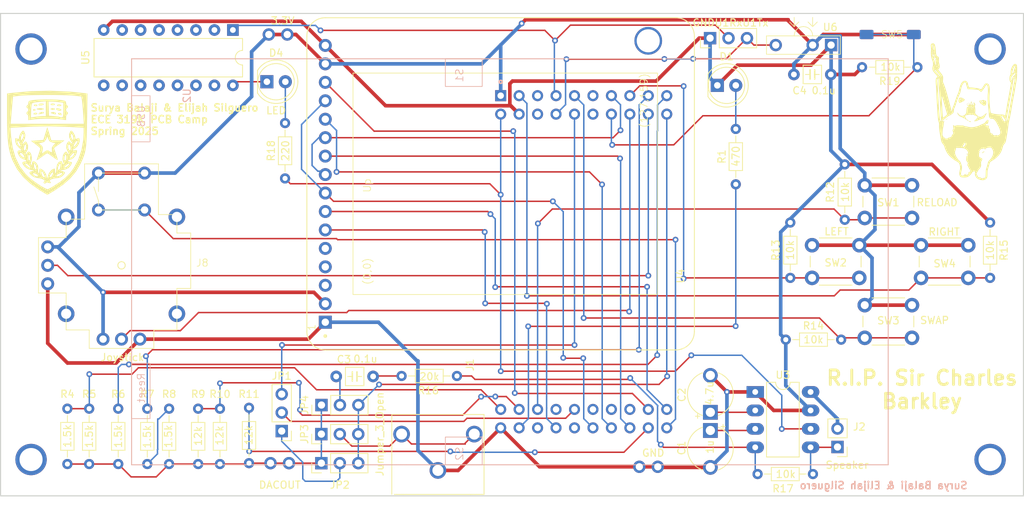
<source format=kicad_pcb>
(kicad_pcb (version 20241229) (generator "pcbnew") (generator_version "9.0")
  (title_block (title "ECE 319K Baseline Project Spring 2025") (date "2025-02-24") (rev "v1.0.1") (company "The University of Texas at Austin"))
  (layers (0 "F.Cu" signal) (2 "B.Cu" signal) (13 "F.Paste" user) (15 "B.Paste" user) (5 "F.SilkS" user "F.Silkscreen") (7 "B.SilkS" user "B.Silkscreen") (1 "F.Mask" user) (3 "B.Mask" user) (25 "Edge.Cuts" user))
  (net 0 "")
  (net 1 "GND")
  (net 2 "+3V3")
  (net 3 "PB9")
  (net 4 "PB15")
  (net 5 "PB8")
  (net 6 "PB7")
  (net 7 "PB6")
  (net 8 "PA13")
  (net 9 "+5V")
  (net 10 "Net-(U3-FC1)")
  (net 11 "Net-(U3-FC2)")
  (net 12 "Net-(JP4-C)")
  (net 13 "Net-(C3-Pad2)")
  (net 14 "Net-(D1-A)")
  (net 15 "PA25")
  (net 16 "Net-(D4-K)")
  (net 17 "PA8")
  (net 18 "PA26")
  (net 19 "PB24")
  (net 20 "PA27")
  (net 21 "PB2")
  (net 22 "PB3")
  (net 24 "PB12")
  (net 25 "PB17")
  (net 26 "PB0")
  (net 27 "PB16")
  (net 28 "PB19")
  (net 29 "PA22")
  (net 30 "PB18")
  (net 31 "PA18")
  (net 32 "PA24")
  (net 33 "PA17")
  (net 34 "PA16")
  (net 35 "PA15")
  (net 36 "PB4")
  (net 37 "PB1")
  (net 38 "PA28")
  (net 39 "PA31")
  (net 40 "PB20")
  (net 41 "PB13")
  (net 42 "PA10")
  (net 43 "Net-(D4-A)")
  (net 44 "Net-(J1-ring)")
  (net 45 "PB23")
  (net 46 "PA11")
  (net 47 "PA12")
  (net 55 "Net-(U3-VO2)")
  (net 56 "Net-(U3-VO1)")
  (net 57 "DACOUT")
  (net 62 "Net-(JP1-A)")
  (net 63 "Net-(R7-Pad1)")
  (net 64 "Net-(U3-VIN)")
  (footprint "ECE319K:R_Axial_DIN0204_L3.6mm_D1.6mm_P7.62mm_Horizontal" (layer "F.Cu") (at 69.5 109 90)
    (property "Reference" "R11")
    (property "Value" "12k")
  )
  (footprint "ECE319K:R_Axial_DIN0204_L3.6mm_D1.6mm_P7.62mm_Horizontal" (layer "F.Cu") (at 74.46 69.81 90)
    (property "Reference" "R18")
    (property "Value" "220")
  )
  (footprint "ECE319K:R_Axial_DIN0204_L3.6mm_D1.6mm_P7.62mm_Horizontal" (layer "F.Cu") (at 44.5 109.12 90)
    (property "Reference" "R4")
    (property "Value" "1.5k")
  )
  (footprint "ECE319K:PinHeader_1x03_P2.54mm_Vertical" (layer "F.Cu") (at 132.96 50.5 90)
    (property "Reference" "J3" (hide yes))
    (property "Value" "UART1")
  )
  (footprint "LOGO" (layer "F.Cu") (at 42.545425 65.332807)
    (property "Reference" "G***" (hide yes))
    (property "Value" "LOGO" (hide yes))
  )
  (footprint "ECE319K:R_Axial_DIN0204_L3.6mm_D1.6mm_P7.62mm_Horizontal" (layer "F.Cu") (at 51.5 109.12 90)
    (property "Reference" "R6")
    (property "Value" "1.5k")
  )
  (footprint "ECE319K:DIP-8_W7.62mm_LongPads" (layer "F.Cu") (at 139.175 99.2)
    (property "Reference" "U3")
    (property "Value" "MCP34119P")
  )
  (footprint "ECE319K:R_Axial_DIN0204_L3.6mm_D1.6mm_P7.62mm_Horizontal" (layer "F.Cu") (at 147.12 110.5 180)
    (property "Reference" "R17")
    (property "Value" "10k")
  )
  (footprint "ECE319K:SW_PUSH_6mm" (layer "F.Cu") (at 153.5 83.5 180)
    (property "Reference" "SW2")
    (property "Value" "LEFT")
  )
  (footprint "ECE319K:SW_PUSH_6mm" (layer "F.Cu") (at 160.75 75.25 180)
    (property "Reference" "SW1")
    (property "Value" "RELOAD")
  )
  (footprint "ECE319K:R_Axial_DIN0204_L3.6mm_D1.6mm_P7.62mm_Horizontal" (layer "F.Cu") (at 65.5 109.12 90)
    (property "Reference" "R10")
    (property "Value" "12k")
  )
  (footprint "ECE319K:R_Axial_DIN0204_L3.6mm_D1.6mm_P7.62mm_Horizontal" (layer "F.Cu") (at 161.5 54.5 180)
    (property "Reference" "R19")
    (property "Value" "10k")
  )
  (footprint "ECE319K:R_Axial_DIN0204_L3.6mm_D1.6mm_P7.62mm_Horizontal" (layer "F.Cu") (at 136.5 70.62 90)
    (property "Reference" "R1")
    (property "Value" "470")
  )
  (footprint "ECE319K:Testpoint_1x02_P2.54mm" (layer "F.Cu") (at 72.46 109 90)
    (property "Reference" "J7")
    (property "Value" "DACOUT")
  )
  (footprint "ECE319K:TSOP31438" (layer "F.Cu") (at 149.62 51.4525 -90)
    (property "Reference" "U6")
    (property "Value" "TSOP31438" (hide yes))
  )
  (footprint "ECE319K:C_Axial_200mil" (layer "F.Cu") (at 144.5 55.5)
    (property "Reference" "C4")
    (property "Value" "0.1uF")
  )
  (footprint "ECE319K:DIP-16_W7.62mm" (layer "F.Cu") (at 67.28 49.38 -90)
    (property "Reference" "U5")
    (property "Value" "ULN2003B")
  )
  (footprint "ECE319K:Testpoint_1x02_P2.54mm" (layer "F.Cu") (at 72.225 50 90)
    (property "Reference" "TP1")
    (property "Value" "3.3V")
  )
  (footprint "ECE319K:R_Axial_DIN0204_L3.6mm_D1.6mm_P7.62mm_Horizontal" (layer "F.Cu") (at 58.5 109.12 90)
    (property "Reference" "R8")
    (property "Value" "1.5k")
  )
  (footprint "ECE319K:C_Axial_200mil" (layer "F.Cu") (at 81.5 97.065)
    (property "Reference" "C3")
    (property "Value" "0.1uF")
  )
  (footprint "ECE319K:MountingHole_4_40" (layer "F.Cu") (at 171.5 52)
    (property "Reference" "H2")
    (property "Value" "~")
  )
  (footprint "ECE319K:PinHeader_1x03_P2.54mm_Vertical" (layer "F.Cu") (at 79.46 109 90)
    (property "Reference" "JP2")
    (property "Value" "Jumper_3_Open")
  )
  (footprint "ECE319K:MountingHole_4_40" (layer "F.Cu") (at 171.5 108.5)
    (property "Reference" "H4")
    (property "Value" "~")
  )
  (footprint "ECE319K:MountingHole_4_40" (layer "F.Cu") (at 39.5 52)
    (property "Reference" "H1")
    (property "Value" "~")
  )
  (footprint "ECE319K:PinHeader_1x03_P2.54mm_Vertical" (layer "F.Cu") (at 79.46 105 90)
    (property "Reference" "JP3")
    (property "Value" "Jumper_3_Open" (hide yes))
  )
  (footprint "ECE319K:PinHeader_1x03_P2.54mm_Vertical" (layer "F.Cu") (at 79.475 101 90)
    (property "Reference" "JP4")
    (property "Value" "Jumper_3_Open" (hide yes))
  )
  (footprint "ECE319K:R_Axial_DIN0204_L3.6mm_D1.6mm_P7.62mm_Horizontal" (layer "F.Cu") (at 151.5 75.5 90)
    (property "Reference" "R12")
    (property "Value" "10k")
  )
  (footprint "ECE319K:hiletgo_st7735r" (layer "F.Cu") (at 104.13 70.55 90)
    (property "Reference" "U4")
    (property "Value" "HiLetGo_ST7735R")
  )
  (footprint "ECE319K:MountingHole_4_40" (layer "F.Cu") (at 39.5 108.5)
    (property "Reference" "H3")
    (property "Value" "~")
  )
  (footprint "ECE319K:CP_Radial_Tantal200mil" (layer "F.Cu") (at 133 102 90)
    (property "Reference" "C2")
    (property "Value" "4.7uF")
  )
  (footprint "ECE319K:Testpoint_1x02_P2.54mm" (layer "F.Cu") (at 123.225 109.5 90)
    (property "Reference" "J6")
    (property "Value" "GND")
  )
  (footprint "ECE319K:CP_Radial_Tantal200mil" (layer "F.Cu") (at 133 104.5 -90)
    (property "Reference" "C1")
    (property "Value" "1uF")
  )
  (footprint "ECE319K:LED_D5.0mm" (layer "F.Cu") (at 71.96 56.5)
    (property "Reference" "D4")
    (property "Value" "LED")
  )
  (footprint "ECE319K:SW_PUSH_6mm" (layer "F.Cu") (at 168.5 83.5 180)
    (property "Reference" "SW4")
    (property "Value" "RIGHT")
  )
  (footprint "ECE319K:R_Axial_DIN0204_L3.6mm_D1.6mm_P7.62mm_Horizontal" (layer "F.Cu") (at 144 83.5 90)
    (property "Reference" "R13")
    (property "Value" "10k")
  )
  (footprint "ECE319K:R_Axial_DIN0204_L3.6mm_D1.6mm_P7.62mm_Horizontal" (layer "F.Cu") (at 98.12 97 180)
    (property "Reference" "R16")
    (property "Value" "20k")
  )
  (footprint "ECE319K:Jack_3.5mm_CUI_SJ1-3523N_Horizontal" (layer "F.Cu") (at 95.5 110)
    (property "Reference" "J1")
    (property "Value" "AudioJack")
  )
  (footprint "ECE319K:Pibble" (layer "F.Cu") (at 168.191288 60.999824)
    (property "Reference" "G***" (hide yes))
    (property "Value" "LOGO" (hide yes))
  )
  (footprint "ECE319K:R_Axial_DIN0204_L3.6mm_D1.6mm_P7.62mm_Horizontal" (layer "F.Cu") (at 171.5 83.5 90)
    (property "Reference" "R15")
    (property "Value" "10k")
  )
  (footprint "ECE319K:R_Axial_DIN0204_L3.6mm_D1.6mm_P7.62mm_Horizontal" (layer "F.Cu") (at 62.5 109.12 90)
    (property "Reference" "R9")
    (property "Value" "12k")
  )
  (footprint "ECE319K:R_Axial_DIN0204_L3.6mm_D1.6mm_P7.62mm_Horizontal" (layer "F.Cu") (at 151 92 180)
    (property "Reference" "R14")
    (property "Value" "10k")
  )
  (footprint "ECE319K:SW_PUSH_6mm" (layer "F.Cu") (at 160.75 91.75 180)
    (property "Reference" "SW3")
    (property "Value" "SWAP")
  )
  (footprint "ECE319K:R_Axial_DIN0204_L3.6mm_D1.6mm_P7.62mm_Horizontal" (layer "F.Cu") (at 47.5 109.12 90)
    (property "Reference" "R5")
    (property "Value" "1.5k")
  )
  (footprint "ECE319K:R_Axial_DIN0204_L3.6mm_D1.6mm_P7.62mm_Horizontal" (layer "F.Cu") (at 55.5 109.12 90)
    (property "Reference" "R7")
    (property "Value" "1.5k")
  )
  (footprint "ECE319K:PinHeader_1x02_P2.54mm_Vertical" (layer "F.Cu") (at 150.5 106.775 180)
    (property "Reference" "J2")
    (property "Value" "Speaker")
  )
  (footprint "ECE319K:LED_D5.0mm" (layer "F.Cu") (at 133.96 57)
    (property "Reference" "D1")
    (property "Value" "LED")
  )
  (footprint "ECE319K:PinHeader_1x03_P2.54mm_Vertical" (layer "F.Cu") (at 74 104.58 180)
    (property "Reference" "JP1")
    (property "Value" "TExaS")
  )
  (footprint "ECE319K:SparkfunJoystick" (layer "F.Cu") (at 41.7925 84.31)
    (property "Reference" "J8")
    (property "Value" "Joystick")
  )
  (footprint "ECE319K:Side_Switch" (layer "F.Cu") (at 158 45.5)
    (property "Reference" "SW5")
    (property "Value" "SHOOT")
  )
  (footprint "ECE319K:ti_LP_MSPM0G3507" (layer "B.Cu") (at 106.68 81.28 -90)
    (property "Reference" "U2")
    (property "Value" "LP-MSPM0G3507")
  )
  (gr_rect (start 35.3 47.1) (end 176.1 113.5) (stroke (width 0.15)) (fill no) (layer "Edge.Cuts"))
  (gr_text "1.5k" (at 47.5 105.31 90) (layer "F.SilkS") (effects (font (size 1 1))))
  (gr_text "0.1u" (at 85.52 94.66 0) (layer "F.SilkS") (effects (font (size 1 1))))
  (gr_text "4.7u" (at 132.91 99.36 90) (layer "F.SilkS") (effects (font (size 1 1))))
  (gr_text "Surya Balaji & Elijah Silguero\nECE 319K PCB Camp\nSpring 2025" (at 47.588784 63.8847 0) (layer "F.SilkS") (effects (font (size 1 1) (thickness 0.2) (bold yes)) (justify left bottom)))
  (gr_text "1.5k" (at 55.49 105.36 90) (layer "F.SilkS") (effects (font (size 1 1))))
  (gr_text "R.I.P. Sir Charles\nBarkley" (at 162.13 101.66 0) (layer "F.SilkS") (effects (font (size 2 2) (thickness 0.4) (bold yes)) (justify bottom)))
  (gr_text "1u" (at 132.95 106.76 90) (layer "F.SilkS") (effects (font (size 1 1))))
  (gr_text "0.1u" (at 148.59 57.71 0) (layer "F.SilkS") (effects (font (size 1 1))))
  (gr_text "1.5k" (at 44.51 105.26 90) (layer "F.SilkS") (effects (font (size 1 1))))
  (gr_text "10k\n" (at 171.51 79.69 90) (layer "F.SilkS") (effects (font (size 1 1))))
  (gr_text "12k\n" (at 62.5 105.26 90) (layer "F.SilkS") (effects (font (size 1 1))))
  (gr_text "10k\n" (at 157.79 54.47 0) (layer "F.SilkS") (effects (font (size 1 1))))
  (gr_text "GNDU1RxU1Tx" (at 135.77 48.39 0) (layer "F.SilkS") (effects (font (size 1 1))))
  (gr_text "1.5k" (at 58.41 105.31 90) (layer "F.SilkS") (effects (font (size 1 1))))
  (gr_text "220" (at 74.52 66 90) (layer "F.SilkS") (effects (font (size 1 1))))
  (gr_text "470\n" (at 136.52 66.77 90) (layer "F.SilkS") (effects (font (size 1 1))))
  (gr_text "10k\n" (at 151.56 71.68 90) (layer "F.SilkS") (effects (font (size 1 1))))
  (gr_text "10k" (at 143.37 110.52 0) (layer "F.SilkS") (effects (font (size 1 1))))
  (gr_text "10k\n" (at 147.19 92 0) (layer "F.SilkS") (effects (font (size 1 1))))
  (gr_text "10k\n" (at 143.99 79.68 90) (layer "F.SilkS") (effects (font (size 1 1))))
  (gr_text "1.5k" (at 51.5 105.31 90) (layer "F.SilkS") (effects (font (size 1 1))))
  (gr_text "12k\n" (at 69.46 105.14 90) (layer "F.SilkS") (effects (font (size 1 1))))
  (gr_text "12k\n" (at 65.46 105.19 90) (layer "F.SilkS") (effects (font (size 1 1))))
  (gr_text "20k" (at 94.32 97.09 0) (layer "F.SilkS") (effects (font (size 1 1))))
  (gr_text "Surya Balaji & Elijah Silguero" (at 168.5 112.65 0) (layer "B.SilkS") (effects (font (size 1 1) (thickness 0.2) (bold yes)) (justify left bottom mirror)))
  (segment (start 135.28 99.2) (end 133 96.92) (width 0.5) (layer "F.Cu") (net 1))
  (segment (start 146.795 101.74) (end 141.715 101.74) (width 0.5) (layer "F.Cu") (net 1))
  (segment (start 51.2125 95.21) (end 44.51 95.21) (width 0.5) (layer "F.Cu") (net 1))
  (segment (start 44.51 95.21) (end 41.7925 92.4925) (width 0.5) (layer "F.Cu") (net 1))
  (segment (start 76.679 48.179) (end 50.701 48.179) (width 0.5) (layer "F.Cu") (net 1))
  (segment (start 106.68 60.96) (end 105.4 59.68) (width 0.5) (layer "F.Cu") (net 1))
  (segment (start 54.4925 91.93) (end 51.2125 95.21) (width 0.5) (layer "F.Cu") (net 1))
  (segment (start 105.4 59.68) (end 105.4 56.77) (width 0.5) (layer "F.Cu") (net 1))
  (segment (start 109.5 109.5) (end 104.14 104.14) (width 0.5) (layer "F.Cu") (net 1))
  (segment (start 133 109.58) (end 125.845 109.58) (width 0.5) (layer "F.Cu") (net 1))
  (segment (start 123.225 109.5) (end 109.5 109.5) (width 0.5) (layer "F.Cu") (net 1))
  (segment (start 135.28 99.2) (end 135.31 99.2) (width 0.5) (layer "F.Cu") (net 1))
  (segment (start 125.765 109.5) (end 123.225 109.5) (width 0.5) (layer "F.Cu") (net 1))
  (segment (start 106.68 60.96) (end 105.519 59.799) (width 0.5) (layer "F.Cu") (net 1))
  (segment (start 105.519 59.799) (end 88.299 59.799) (width 0.5) (layer "F.Cu") (net 1))
  (segment (start 125.845 109.58) (end 125.765 109.5) (width 0.5) (layer "F.Cu") (net 1))
  (segment (start 105.4 56.77) (end 105.76 56.41) (width 0.5) (layer "F.Cu") (net 1))
  (segment (start 80 51.5) (end 76.679 48.179) (width 0.5) (layer "F.Cu") (net 1))
  (segment (start 152.88 55.5) (end 153.88 54.5) (width 0.5) (layer "F.Cu") (net 1))
  (segment (start 141.715 101.74) (end 139.175 99.2) (width 0.5) (layer "F.Cu") (net 1))
  (segment (start 88.299 59.799) (end 80 51.5) (width 0.5) (layer "F.Cu") (net 1))
  (segment (start 41.7925 92.4925) (end 41.7925 84.31) (width 0.5) (layer "F.Cu") (net 1))
  (segment (start 146.8525 54.22) (end 149.62 51.4525) (width 0.5) (layer "F.Cu") (net 1))
  (segment (start 151.5 67.88) (end 163.5 67.88) (width 0.5) (layer "F.Cu") (net 1))
  (segment (start 139.175 99.2) (end 135.28 99.2) (width 0.5) (layer "F.Cu") (net 1))
  (segment (start 98.28 110) (end 95.5 110) (width 0.5) (layer "F.Cu") (net 1))
  (segment (start 50.701 48.179) (end 49.5 49.38) (width 0.5) (layer "F.Cu") (net 1))
  (segment (start 149.58 55.5) (end 152.88 55.5) (width 0.5) (layer "F.Cu") (net 1))
  (segment (start 77.67 91.93) (end 54.4925 91.93) (width 0.5) (layer "F.Cu") (net 1))
  (segment (start 136.74 54.22) (end 146.8525 54.22) (width 0.5) (layer "F.Cu") (net 1))
  (segment (start 163.5 67.88) (end 171.5 75.88) (width 0.5) (layer "F.Cu") (net 1))
  (segment (start 104.14 104.14) (end 98.28 110) (width 0.5) (layer "F.Cu") (net 1))
  (segment (start 125.55 56.41) (end 131.46 50.5) (width 0.5) (layer "F.Cu") (net 1))
  (segment (start 131.46 50.5) (end 132.96 50.5) (width 0.5) (layer "F.Cu") (net 1))
  (segment (start 133.96 57) (end 136.74 54.22) (width 0.5) (layer "F.Cu") (net 1))
  (segment (start 105.76 56.41) (end 125.55 56.41) (width 0.5) (layer "F.Cu") (net 1))
  (segment (start 80 89.6) (end 77.67 91.93) (width 0.5) (layer "F.Cu") (net 1))
  (via (at 135.28 99.2) (size 0.8) (drill 0.4) (layers "F.Cu" "B.Cu") (net 1))
  (segment (start 144 75.38) (end 144 75.88) (width 0.5) (layer "B.Cu") (net 1))
  (segment (start 149.62 55.46) (end 149.58 55.5) (width 0.5) (layer "B.Cu") (net 1))
  (segment (start 135.28 107.3) (end 133 109.58) (width 0.5) (layer "B.Cu") (net 1))
  (segment (start 92.63 94.92) (end 87.31 89.6) (width 0.5) (layer "B.Cu") (net 1))
  (segment (start 149.58 65.96) (end 151.5 67.88) (width 0.5) (layer "B.Cu") (net 1))
  (segment (start 143.38 92) (end 143.38 98.325) (width 0.5) (layer "B.Cu") (net 1))
  (segment (start 149.62 51.4525) (end 149.62 55.46) (width 0.5) (layer "B.Cu") (net 1))
  (segment (start 92.75 107.25) (end 92.75 94.92) (width 0.5) (layer "B.Cu") (net 1))
  (segment (start 87.31 89.6) (end 80 89.6) (width 0.5) (layer "B.Cu") (net 1))
  (segment (start 142.68 77.2) (end 144 75.88) (width 0.5) (layer "B.Cu") (net 1))
  (segment (start 143.38 98.325) (end 146.795 101.74) (width 0.5) (layer "B.Cu") (net 1))
  (segment (start 135.28 99.2) (end 135.28 107.3) (width 0.5) (layer "B.Cu") (net 1))
  (segment (start 132.96 50.5) (end 132.96 56) (width 0.5) (layer "B.Cu") (net 1))
  (segment (start 132.96 56) (end 133.96 57) (width 0.5) (layer "B.Cu") (net 1))
  (segment (start 92.75 94.92) (end 92.63 94.92) (width 0.5) (layer "B.Cu") (net 1))
  (segment (start 142.68 91.3) (end 142.68 77.2) (width 0.5) (layer "B.Cu") (net 1))
  (segment (start 151.5 67.88) (end 144 75.38) (width 0.5) (layer "B.Cu") (net 1))
  (segment (start 143.38 92) (end 142.68 91.3) (width 0.5) (layer "B.Cu") (net 1))
  (segment (start 95.5 110) (end 92.75 107.25) (width 0.5) (layer "B.Cu") (net 1))
  (segment (start 149.58 55.5) (end 149.58 65.96) (width 0.5) (layer "B.Cu") (net 1))
  (segment (start 148.5325 50) (end 147.08 51.4525) (width 0.5) (layer "F.Cu") (net 2))
  (segment (start 74.765 50) (end 72.225 50) (width 0.5) (layer "F.Cu") (net 2))
  (segment (start 143.71 48.0825) (end 147.08 51.4525) (width 0.5) (layer "F.Cu") (net 2))
  (segment (start 147 79) (end 153.5 79) (width 0.5) (layer "F.Cu") (net 2))
  (segment (start 78.4225 85.4825) (end 80 87.06) (width 0.5) (layer "F.Cu") (net 2))
  (segment (start 154.25 70.75) (end 160.75 70.75) (width 0.5) (layer "F.Cu") (net 2))
  (segment (start 80 54.04) (end 75.96 50) (width 0.5) (layer "F.Cu") (net 2))
  (segment (start 55.1275 69.07) (end 48.7775 69.07) (width 0.5) (layer "F.Cu") (net 2))
  (segment (start 154.25 87.25) (end 160.75 87.25) (width 0.5) (layer "F.Cu") (net 2))
  (segment (start 154.5 50) (end 148.5325 50) (width 0.5) (layer "F.Cu") (net 2))
  (segment (start 107.54 47.97) (end 143.71 47.97) (width 0.5) (layer "F.Cu") (net 2))
  (segment (start 75.96 50) (end 74.765 50) (width 0.5) (layer "F.Cu") (net 2))
  (segment (start 154.5 50) (end 161 50) (width 0.5) (layer "F.Cu") (net 2))
  (segment (start 49.4125 85.4825) (end 78.4225 85.4825) (width 0.5) (layer "F.Cu") (net 2))
  (segment (start 162 79) (end 168.5 79) (width 0.5) (layer "F.Cu") (net 2))
  (segment (start 143.71 47.97) (end 143.71 48.0825) (width 0.5) (layer "F.Cu") (net 2))
  (segment (start 153.5 79) (end 162 79) (width 0.5) (layer "F.Cu") (net 2))
  (segment (start 107.03 48.48) (end 107.54 47.97) (width 0.5) (layer "F.Cu") (net 2))
  (via (at 107.03 48.48) (size 0.8) (drill 0.4) (layers "F.Cu" "B.Cu") (net 2))
  (via (at 49.4125 85.4825) (size 0.8) (drill 0.4) (layers "F.Cu" "B.Cu") (net 2))
  (segment (start 144.5 54.0325) (end 144.5 55.5) (width 0.5) (layer "B.Cu") (net 2))
  (segment (start 104.14 51.44) (end 107.021 48.559) (width 0.5) (layer "B.Cu") (net 2))
  (segment (start 147.08 51.4525) (end 148.331 50.2015) (width 0.5) (layer "B.Cu") (net 2))
  (segment (start 107.021 48.489) (end 107.03 48.48) (width 0.5) (layer "B.Cu") (net 2))
  (segment (start 154.25 70.75) (end 155.651 72.151) (width 0.5) (layer "B.Cu") (net 2))
  (segment (start 48.7775 69.07) (end 46.09 71.7575) (width 0.5) (layer "B.Cu") (net 2))
  (segment (start 150.871 50.2015) (end 150.871 65.691) (width 0.5) (layer "B.Cu") (net 2))
  (segment (start 101.54 54.04) (end 80 54.04) (width 0.5) (layer "B.Cu") (net 2))
  (segment (start 150.871 65.691) (end 154.25 69.07) (width 0.5) (layer "B.Cu") (net 2))
  (segment (start 155.651 72.151) (end 155.651 76.849) (width 0.5) (layer "B.Cu") (net 2))
  (segment (start 49.4125 91.93) (end 49.4125 85.4825) (width 0.5) (layer "B.Cu") (net 2))
  (segment (start 107.021 48.559) (end 107.021 48.489) (width 0.5) (layer "B.Cu") (net 2))
  (segment (start 154.25 69.07) (end 154.25 70.75) (width 0.5) (layer "B.Cu") (net 2))
  (segment (start 155.651 76.849) (end 153.5 79) (width 0.5) (layer "B.Cu") (net 2))
  (segment (start 55.1275 69.07) (end 59.33 69.07) (width 0.5) (layer "B.Cu") (net 2))
  (segment (start 49.4125 85.4825) (end 43.16 79.23) (width 0.5) (layer "B.Cu") (net 2))
  (segment (start 69.86 52.365) (end 72.225 50) (width 0.5) (layer "B.Cu") (net 2))
  (segment (start 153.5 79) (end 155.25 80.75) (width 0.5) (layer "B.Cu") (net 2))
  (segment (start 104.14 58.42) (end 104.14 51.44) (width 0.5) (layer "B.Cu") (net 2))
  (segment (start 155.25 86.25) (end 154.25 87.25) (width 0.5) (layer "B.Cu") (net 2))
  (segment (start 69.86 58.54) (end 69.86 52.365) (width 0.5) (layer "B.Cu") (net 2))
  (segment (start 59.33 69.07) (end 69.86 58.54) (width 0.5) (layer "B.Cu") (net 2))
  (segment (start 43.16 79.23) (end 41.7925 79.23) (width 0.5) (layer "B.Cu") (net 2))
  (segment (start 46.09 71.7575) (end 46.09 76.46) (width 0.5) (layer "B.Cu") (net 2))
  (segment (start 46.09 76.46) (end 43.32 79.23) (width 0.5) (layer "B.Cu") (net 2))
  (segment (start 147.08 51.4525) (end 144.5 54.0325) (width 0.5) (layer "B.Cu") (net 2))
  (segment (start 43.32 79.23) (end 43.16 79.23) (width 0.5) (layer "B.Cu") (net 2))
  (segment (start 104.14 51.44) (end 101.54 54.04) (width 0.5) (layer "B.Cu") (net 2))
  (segment (start 148.331 50.2015) (end 150.871 50.2015) (width 0.5) (layer "B.Cu") (net 2))
  (segment (start 155.25 80.75) (end 155.25 86.25) (width 0.5) (layer "B.Cu") (net 2))
  (segment (start 120.63 63.18) (end 119.61 64.2) (width 0.2) (layer "F.Cu") (net 3))
  (segment (start 119.61 64.2) (end 80 64.2) (width 0.2) (layer "F.Cu") (net 3))
  (via (at 120.63 63.18) (size 0.8) (drill 0.4) (layers "F.Cu" "B.Cu") (net 3))
  (segment (start 79.11 64.2) (end 78.18 65.13) (width 0.2) (layer "B.Cu") (net 3))
  (segment (start 80 64.2) (end 79.11 64.2) (width 0.2) (layer "B.Cu") (net 3))
  (segment (start 78.18 65.13) (end 78.18 68.02) (width 0.2) (layer "B.Cu") (net 3))
  (segment (start 120.63 59.67) (end 120.63 63.18) (width 0.2) (layer "B.Cu") (net 3))
  (segment (start 78.18 68.02) (end 78.97 68.81) (width 0.2) (layer "B.Cu") (net 3))
  (segment (start 78.97 68.81) (end 79.53 68.81) (width 0.2) (layer "B.Cu") (net 3))
  (segment (start 119.38 58.42) (end 120.63 59.67) (width 0.2) (layer "B.Cu") (net 3))
  (segment (start 79.53 68.81) (end 80 69.28) (width 0.2) (layer "B.Cu") (net 3))
  (segment (start 101.94 77.18) (end 101.66 76.9) (width 0.2) (layer "F.Cu") (net 4))
  (segment (start 101.66 76.9) (end 80 76.9) (width 0.2) (layer "F.Cu") (net 4))
  (segment (start 110.49 87.06) (end 110.43 87) (width 0.2) (layer "F.Cu") (net 4))
  (segment (start 110.43 87) (end 102.01 87) (width 0.2) (layer "F.Cu") (net 4))
  (via (at 110.49 87.06) (size 0.8) (drill 0.4) (layers "F.Cu" "B.Cu") (net 4))
  (via (at 102.01 87) (size 0.8) (drill 0.4) (layers "F.Cu" "B.Cu") (net 4))
  (via (at 101.94 77.18) (size 0.8) (drill 0.4) (layers "F.Cu" "B.Cu") (net 4))
  (segment (start 111.76 104.14) (end 110.46 102.84) (width 0.2) (layer "B.Cu") (net 4))
  (segment (start 102.01 87) (end 102.01 77.25) (width 0.2) (layer "B.Cu") (net 4))
  (segment (start 110.46 102.84) (end 110.46 101.41) (width 0.2) (layer "B.Cu") (net 4))
  (segment (start 110.46 87.09) (end 110.49 87.06) (width 0.2) (layer "B.Cu") (net 4))
  (segment (start 110.46 101.41) (end 110.46 87.09) (width 0.2) (layer "B.Cu") (net 4))
  (segment (start 102.01 77.25) (end 101.94 77.18) (width 0.2) (layer "B.Cu") (net 4))
  (segment (start 81.14 72.96) (end 80 71.82) (width 0.2) (layer "F.Cu") (net 5))
  (segment (start 111.32 72.96) (end 81.14 72.96) (width 0.2) (layer "F.Cu") (net 5))
  (segment (start 115.5 94.56) (end 112.81 94.56) (width 0.2) (layer "F.Cu") (net 5))
  (segment (start 112.81 94.56) (end 112.75 94.5) (width 0.2) (layer "F.Cu") (net 5))
  (via (at 115.5 94.56) (size 0.8) (drill 0.4) (layers "F.Cu" "B.Cu") (net 5))
  (via (at 112.75 94.5) (size 0.8) (drill 0.4) (layers "F.Cu" "B.Cu") (net 5))
  (via (at 111.32 72.96) (size 0.8) (drill 0.4) (layers "F.Cu" "B.Cu") (net 5))
  (segment (start 115.57 100.13) (end 115.57 94.63) (width 0.2) (layer "B.Cu") (net 5))
  (segment (start 115.57 102.87) (end 115.57 100.13) (width 0.2) (layer "B.Cu") (net 5))
  (segment (start 112.75 94.5) (end 112.75 74.39) (width 0.2) (layer "B.Cu") (net 5))
  (segment (start 80 71.82) (end 76.73 68.55) (width 0.2) (layer "B.Cu") (net 5))
  (segment (start 115.57 94.63) (end 115.5 94.56) (width 0.2) (layer "B.Cu") (net 5))
  (segment (start 116.84 104.14) (end 115.57 102.87) (width 0.2) (layer "B.Cu") (net 5))
  (segment (start 76.73 68.55) (end 76.73 62.39) (width 0.2) (layer "B.Cu") (net 5))
  (segment (start 112.75 74.39) (end 111.32 72.96) (width 0.2) (layer "B.Cu") (net 5))
  (segment (start 76.73 62.39) (end 80 59.12) (width 0.2) (layer "B.Cu") (net 5))
  (segment (start 116.36 68.91) (end 81.55 68.91) (width 0.2) (layer "F.Cu") (net 6))
  (segment (start 118.09 70.64) (end 116.36 68.91) (width 0.2) (layer "F.Cu") (net 6))
  (via (at 118.09 70.64) (size 0.8) (drill 0.4) (layers "F.Cu" "B.Cu") (net 6))
  (via (at 81.55 68.91) (size 0.8) (drill 0.4) (layers "F.Cu" "B.Cu") (net 6))
  (segment (start 81.55 68.91) (end 81.55 63.21) (width 0.2) (layer "B.Cu") (net 6))
  (segment (start 118.11 101.1) (end 118.11 70.66) (width 0.2) (layer "B.Cu") (net 6))
  (segment (start 119.38 104.14) (end 118.11 102.87) (width 0.2) (layer "B.Cu") (net 6))
  (segment (start 118.11 102.87) (end 118.11 101.1) (width 0.2) (layer "B.Cu") (net 6))
  (segment (start 81.55 63.21) (end 80 61.66) (width 0.2) (layer "B.Cu") (net 6))
  (segment (start 118.11 70.66) (end 118.09 70.64) (width 0.2) (layer "B.Cu") (net 6))
  (segment (start 120.57 67.06) (end 120.25 66.74) (width 0.2) (layer "F.Cu") (net 7))
  (segment (start 120.25 66.74) (end 80 66.74) (width 0.2) (layer "F.Cu") (net 7))
  (via (at 120.57 67.06) (size 0.8) (drill 0.4) (layers "F.Cu" "B.Cu") (net 7))
  (segment (start 121.92 104.14) (end 120.65 102.87) (width 0.2) (layer "B.Cu") (net 7))
  (segment (start 120.65 102.87) (end 120.65 100.67) (width 0.2) (layer "B.Cu") (net 7))
  (segment (start 120.65 100.67) (end 120.65 67.14) (width 0.2) (layer "B.Cu") (net 7))
  (segment (start 120.65 67.14) (end 120.57 67.06) (width 0.2) (layer "B.Cu") (net 7))
  (segment (start 124.29 84.72) (end 103.44 84.72) (width 0.2) (layer "F.Cu") (net 8))
  (segment (start 102.73 74.72) (end 102.37 74.36) (width 0.2) (layer "F.Cu") (net 8))
  (segment (start 102.37 74.36) (end 80 74.36) (width 0.2) (layer "F.Cu") (net 8))
  (segment (start 103.44 84.72) (end 103.39 84.77) (width 0.2) (layer "F.Cu") (net 8))
  (via (at 124.29 84.72) (size 0.8) (drill 0.4) (layers "F.Cu" "B.Cu") (net 8))
  (via (at 102.73 74.72) (size 0.8) (drill 0.4) (layers "F.Cu" "B.Cu") (net 8))
  (via (at 103.39 84.77) (size 0.8) (drill 0.4) (layers "F.Cu" "B.Cu") (net 8))
  (segment (start 103.39 75.38) (end 102.73 74.72) (width 0.2) (layer "B.Cu") (net 8))
  (segment (start 127 101.6) (end 124.29 98.89) (width 0.2) (layer "B.Cu") (net 8))
  (segment (start 103.39 84.77) (end 103.39 75.38) (width 0.2) (layer "B.Cu") (net 8))
  (segment (start 124.29 98.89) (end 124.29 84.72) (width 0.2) (layer "B.Cu") (net 8))
  (segment (start 104.15 96.34) (end 128.19 96.34) (width 0.2) (layer "F.Cu") (net 9))
  (segment (start 128.19 96.34) (end 130.38 94.15) (width 0.2) (layer "F.Cu") (net 9))
  (segment (start 142.84 104.28) (end 146.795 104.28) (width 0.2) (layer "F.Cu") (net 9))
  (segment (start 142.83 104.29) (end 142.84 104.28) (width 0.2) (layer "F.Cu") (net 9))
  (segment (start 102.64 70.54) (end 75.19 70.54) (width 0.2) (layer "F.Cu") (net 9))
  (segment (start 104.14 72.04) (end 102.64 70.54) (width 0.2) (layer "F.Cu") (net 9))
  (segment (start 75.19 70.54) (end 74.46 69.81) (width 0.2) (layer "F.Cu") (net 9))
  (via (at 104.14 72.04) (size 0.8) (drill 0.4) (layers "F.Cu" "B.Cu") (net 9))
  (via (at 142.83 104.29) (size 0.8) (drill 0.4) (layers "F.Cu" "B.Cu") (net 9))
  (via (at 104.15 96.34) (size 0.8) (drill 0.4) (layers "F.Cu" "B.Cu") (net 9))
  (via (at 130.38 94.15) (size 0.8) (drill 0.4) (layers "F.Cu" "B.Cu") (net 9))
  (segment (start 142.83 99.661338) (end 142.83 104.29) (width 0.2) (layer "B.Cu") (net 9))
  (segment (start 130.38 94.15) (end 137.318662 94.15) (width 0.2) (layer "B.Cu") (net 9))
  (segment (start 104.14 96.33) (end 104.15 96.34) (width 0.2) (layer "B.Cu") (net 9))
  (segment (start 137.318662 94.15) (end 142.83 99.661338) (width 0.2) (layer "B.Cu") (net 9))
  (segment (start 104.14 60.96) (end 104.14 72.04) (width 0.2) (layer "B.Cu") (net 9))
  (segment (start 104.14 72.04) (end 104.14 96.33) (width 0.2) (layer "B.Cu") (net 9))
  (segment (start 138.955 104.5) (end 139.175 104.28) (width 0.2) (layer "F.Cu") (net 10))
  (segment (start 133 104.5) (end 138.955 104.5) (width 0.2) (layer "F.Cu") (net 10))
  (segment (start 133 102) (end 138.915 102) (width 0.2) (layer "F.Cu") (net 11))
  (segment (start 138.915 102) (end 139.175 101.74) (width 0.2) (layer "F.Cu") (net 11))
  (segment (start 82.015 101) (end 82.015 97.58) (width 0.2) (layer "B.Cu") (net 12))
  (segment (start 82.015 97.58) (end 81.5 97.065) (width 0.2) (layer "B.Cu") (net 12))
  (segment (start 90.5 97) (end 86.645 97) (width 0.2) (layer "F.Cu") (net 13))
  (segment (start 86.645 97) (end 86.58 97.065) (width 0.2) (layer "F.Cu") (net 13))
  (segment (start 136.5 63) (end 136.5 57) (width 0.2) (layer "B.Cu") (net 14))
  (segment (start 150.86 85.17) (end 160.33 85.17) (width 0.2) (layer "F.Cu") (net 15))
  (segment (start 150.06 85.97) (end 150.86 85.17) (width 0.2) (layer "F.Cu") (net 15))
  (segment (start 168.5 83.5) (end 171.5 83.5) (width 0.2) (layer "F.Cu") (net 15))
  (segment (start 162 83.5) (end 168.5 83.5) (width 0.2) (layer "F.Cu") (net 15))
  (segment (start 107.75 85.97) (end 150.06 85.97) (width 0.2) (layer "F.Cu") (net 15))
  (segment (start 160.33 85.17) (end 162 83.5) (width 0.2) (layer "F.Cu") (net 15))
  (via (at 107.75 85.97) (size 0.8) (drill 0.4) (layers "F.Cu" "B.Cu") (net 15))
  (segment (start 106.68 58.42) (end 107.75 59.49) (width 0.2) (layer "B.Cu") (net 15))
  (segment (start 107.75 59.49) (end 107.75 85.97) (width 0.2) (layer "B.Cu") (net 15))
  (segment (start 71.96 56.5) (end 67.78 56.5) (width 0.2) (layer "F.Cu") (net 16))
  (segment (start 67.78 56.5) (end 67.28 57) (width 0.2) (layer "F.Cu") (net 16))
  (segment (start 111.62 50.83) (end 113.741 48.709) (width 0.2) (layer "F.Cu") (net 17))
  (segment (start 133.709 48.709) (end 135.5 50.5) (width 0.2) (layer "F.Cu") (net 17))
  (segment (start 113.741 48.709) (end 133.709 48.709) (width 0.2) (layer "F.Cu") (net 17))
  (segment (start 110.22 49.43) (end 79.34 49.43) (width 0.2) (layer "F.Cu") (net 17))
  (segment (start 111.62 50.83) (end 110.22 49.43) (width 0.2) (layer "F.Cu") (net 17))
  (via (at 79.34 49.43) (size 0.8) (drill 0.4) (layers "F.Cu" "B.Cu") (net 17))
  (via (at 111.62 50.83) (size 0.8) (drill 0.4) (layers "F.Cu" "B.Cu") (net 17))
  (segment (start 78.66 48.75) (end 67.91 48.75) (width 0.2) (layer "B.Cu") (net 17))
  (segment (start 67.91 48.75) (end 67.28 49.38) (width 0.2) (layer "B.Cu") (net 17))
  (segment (start 111.53 50.92) (end 111.62 50.83) (width 0.2) (layer "B.Cu") (net 17))
  (segment (start 111.53 58.19) (end 111.53 50.92) (width 0.2) (layer "B.Cu") (net 17))
  (segment (start 79.34 49.43) (end 78.66 48.75) (width 0.2) (layer "B.Cu") (net 17))
  (segment (start 111.76 58.42) (end 111.53 58.19) (width 0.2) (layer "B.Cu") (net 17))
  (segment (start 151.25 91.75) (end 151 92) (width 0.2) (layer "F.Cu") (net 18))
  (segment (start 160.75 91.75) (end 154.25 91.75) (width 0.2) (layer "F.Cu") (net 18))
  (segment (start 115.56 89.02) (end 148.02 89.02) (width 0.2) (layer "F.Cu") (net 18))
  (segment (start 148.02 89.02) (end 151 92) (width 0.2) (layer "F.Cu") (net 18))
  (segment (start 154.25 91.75) (end 151.25 91.75) (width 0.2) (layer "F.Cu") (net 18))
  (via (at 115.56 89.02) (size 0.8) (drill 0.4) (layers "F.Cu" "B.Cu") (net 18))
  (segment (start 115.58 89) (end 115.56 89.02) (width 0.2) (layer "B.Cu") (net 18))
  (segment (start 115.58 59.7) (end 115.58 89) (width 0.2) (layer "B.Cu") (net 18))
  (segment (start 114.3 58.42) (end 115.58 59.7) (width 0.2) (layer "B.Cu") (net 18))
  (segment (start 147 83.5) (end 153.5 83.5) (width 0.2) (layer "F.Cu") (net 20))
  (segment (start 121.92 58.42) (end 123.27148 57.06852) (width 0.2) (layer "F.Cu") (net 20))
  (segment (start 129.27852 57.06852) (end 129.32 57.11) (width 0.2) (layer "F.Cu") (net 20))
  (segment (start 129.41 83.5) (end 144 83.5) (width 0.2) (layer "F.Cu") (net 20))
  (segment (start 144 83.5) (end 147 83.5) (width 0.2) (layer "F.Cu") (net 20))
  (segment (start 129.32 83.59) (end 129.41 83.5) (width 0.2) (layer "F.Cu") (net 20))
  (segment (start 123.27148 57.06852) (end 129.27852 57.06852) (width 0.2) (layer "F.Cu") (net 20))
  (via (at 129.32 83.59) (size 0.8) (drill 0.4) (layers "F.Cu" "B.Cu") (net 20))
  (via (at 129.32 57.11) (size 0.8) (drill 0.4) (layers "F.Cu" "B.Cu") (net 20))
  (segment (start 129.32 57.11) (end 129.32 83.59) (width 0.2) (layer "B.Cu") (net 20))
  (segment (start 129.22 83.69) (end 129.32 83.59) (width 0.2) (layer "B.Cu") (net 20))
  (segment (start 123.15 93.39) (end 56.2 93.39) (width 0.2) (layer "F.Cu") (net 21))
  (segment (start 56.2 93.39) (end 55.31 94.28) (width 0.2) (layer "F.Cu") (net 21))
  (via (at 55.31 94.28) (size 0.8) (drill 0.4) (layers "F.Cu" "B.Cu") (net 21))
  (via (at 123.15 93.39) (size 0.8) (drill 0.4) (layers "F.Cu" "B.Cu") (net 21))
  (segment (start 123.21 59.67) (end 123.21 93.33) (width 0.2) (layer "B.Cu") (net 21))
  (segment (start 55.31 94.28) (end 55.5 94.47) (width 0.2) (layer "B.Cu") (net 21))
  (segment (start 124.46 58.42) (end 123.21 59.67) (width 0.2) (layer "B.Cu") (net 21))
  (segment (start 55.5 94.47) (end 55.5 101.5) (width 0.2) (layer "B.Cu") (net 21))
  (segment (start 123.21 93.33) (end 123.15 93.39) (width 0.2) (layer "B.Cu") (net 21))
  (segment (start 125.69 94.13) (end 124.41 95.41) (width 0.2) (layer "F.Cu") (net 22))
  (segment (start 124.41 95.41) (end 52.97 95.41) (width 0.2) (layer "F.Cu") (net 22))
  (via (at 52.97 95.41) (size 0.8) (drill 0.4) (layers "F.Cu" "B.Cu") (net 22))
  (via (at 125.69 94.13) (size 0.8) (drill 0.4) (layers "F.Cu" "B.Cu") (net 22))
  (segment (start 125.69 63.3) (end 125.69 94.13) (width 0.2) (layer "B.Cu") (net 22))
  (segment (start 127 58.42) (end 125.73 59.69) (width 0.2) (layer "B.Cu") (net 22))
  (segment (start 51.95 95.41) (end 51.5 95.86) (width 0.2) (layer "B.Cu") (net 22))
  (segment (start 125.73 63.26) (end 125.69 63.3) (width 0.2) (layer "B.Cu") (net 22))
  (segment (start 51.5 95.86) (end 51.5 101.5) (width 0.2) (layer "B.Cu") (net 22))
  (segment (start 125.73 59.69) (end 125.73 63.26) (width 0.2) (layer "B.Cu") (net 22))
  (segment (start 52.97 95.41) (end 51.95 95.41) (width 0.2) (layer "B.Cu") (net 22))
  (segment (start 136.45 90.17) (end 136.48 90.14) (width 0.2) (layer "F.Cu") (net 24))
  (segment (start 106.68 103.96) (end 106.74 103.9) (width 0.2) (layer "F.Cu") (net 24))
  (segment (start 107.93 90.17) (end 136.45 90.17) (width 0.2) (layer "F.Cu") (net 24))
  (via (at 107.93 90.17) (size 0.8) (drill 0.4) (layers "F.Cu" "B.Cu") (net 24))
  (via (at 136.48 90.14) (size 0.8) (drill 0.4) (layers "F.Cu" "B.Cu") (net 24))
  (segment (start 107.96 102.86) (end 107.96 100.99) (width 0.2) (layer "B.Cu") (net 24))
  (segment (start 107.96 90.2) (end 107.93 90.17) (width 0.2) (layer "B.Cu") (net 24))
  (segment (start 136.48 90.14) (end 136.5 90.12) (width 0.2) (layer "B.Cu") (net 24))
  (segment (start 107.96 100.99) (end 107.96 90.2) (width 0.2) (layer "B.Cu") (net 24))
  (segment (start 136.5 90.12) (end 136.5 70.62) (width 0.2) (layer "B.Cu") (net 24))
  (segment (start 106.68 104.14) (end 107.96 102.86) (width 0.2) (layer "B.Cu") (net 24))
  (segment (start 69.54 107.38) (end 69.53 107.37) (width 0.2) (layer "F.Cu") (net 26))
  (segment (start 121.1 107.5) (end 108.84 107.5) (width 0.2) (layer "F.Cu") (net 26))
  (segment (start 97.21 107.38) (end 69.54 107.38) (width 0.2) (layer "F.Cu") (net 26))
  (segment (start 124.46 104.14) (end 121.1 107.5) (width 0.2) (layer "F.Cu") (net 26))
  (via (at 97.21 107.38) (size 0.8) (drill 0.4) (layers "F.Cu" "B.Cu") (net 26))
  (via (at 108.84 107.5) (size 0.8) (drill 0.4) (layers "F.Cu" "B.Cu") (net 26))
  (via (at 69.53 107.37) (size 0.8) (drill 0.4) (layers "F.Cu" "B.Cu") (net 26))
  (segment (start 69.53 107.37) (end 69.5 107.34) (width 0.2) (layer "B.Cu") (net 26))
  (segment (start 97.33 107.5) (end 97.21 107.38) (width 0.2) (layer "B.Cu") (net 26))
  (segment (start 69.5 107.34) (end 69.5 101.38) (width 0.2) (layer "B.Cu") (net 26))
  (segment (start 108.84 107.5) (end 97.33 107.5) (width 0.2) (layer "B.Cu") (net 26))
  (segment (start 81.54 78.09) (end 59.0675 78.09) (width 0.2) (layer "F.Cu") (net 27))
  (segment (start 59.0675 78.09) (end 55.1275 74.15) (width 0.2) (layer "F.Cu") (net 27))
  (segment (start 128.2 78.24) (end 81.69 78.24) (width 0.2) (layer "F.Cu") (net 27))
  (segment (start 81.69 78.24) (end 81.54 78.09) (width 0.2) (layer "F.Cu") (net 27))
  (via (at 128.2 78.24) (size 0.8) (drill 0.4) (layers "F.Cu" "B.Cu") (net 27))
  (segment (start 127 104.14) (end 128.2 102.94) (width 0.2) (layer "B.Cu") (net 27))
  (segment (start 48.7775 74.15) (end 55.1275 74.15) (width 0.2) (layer "B.Cu") (net 27))
  (segment (start 128.2 102.94) (end 128.2 78.24) (width 0.2) (layer "B.Cu") (net 27))
  (segment (start 135.2 53.34) (end 138.04 50.5) (width 0.2) (layer "F.Cu") (net 29))
  (segment (start 138.9925 51.4525) (end 142 51.4525) (width 0.2) (layer "F.Cu") (net 29))
  (segment (start 138.04 50.5) (end 138.9925 51.4525) (width 0.2) (layer "F.Cu") (net 29))
  (segment (start 130.63 53.34) (end 135.2 53.34) (width 0.2) (layer "F.Cu") (net 29))
  (segment (start 126.64 53.4) (end 126.67 53.37) (width 0.2) (layer "F.Cu") (net 29))
  (segment (start 113.19 53.4) (end 126.64 53.4) (width 0.2) (layer "F.Cu") (net 29))
  (via (at 130.63 53.34) (size 0.8) (drill 0.4) (layers "F.Cu" "B.Cu") (net 29))
  (via (at 113.19 53.4) (size 0.8) (drill 0.4) (layers "F.Cu" "B.Cu") (net 29))
  (via (at 126.67 53.37) (size 0.8) (drill 0.4) (layers "F.Cu" "B.Cu") (net 29))
  (segment (start 130.6 53.37) (end 130.63 53.34) (width 0.2) (layer "B.Cu") (net 29))
  (segment (start 113.07 53.52) (end 113.19 53.4) (width 0.2) (layer "B.Cu") (net 29))
  (segment (start 126.67 53.37) (end 130.6 53.37) (width 0.2) (layer "B.Cu") (net 29))
  (segment (start 113.07 59.65) (end 113.07 53.52) (width 0.2) (layer "B.Cu") (net 29))
  (segment (start 111.76 60.96) (end 113.07 59.65) (width 0.2) (layer "B.Cu") (net 29))
  (segment (start 114.3 92.74) (end 74.04 92.74) (width 0.2) (layer "F.Cu") (net 30))
  (via (at 74.04 92.74) (size 0.8) (drill 0.4) (layers "F.Cu" "B.Cu") (net 30))
  (via (at 114.3 92.74) (size 0.8) (drill 0.4) (layers "F.Cu" "B.Cu") (net 30))
  (segment (start 74.04 93.21) (end 74 93.25) (width 0.2) (layer "B.Cu") (net 30))
  (segment (start 114.3 92.74) (end 114.3 60.96) (width 0.2) (layer "B.Cu") (net 30))
  (segment (start 74.04 92.74) (end 74.04 93.21) (width 0.2) (layer "B.Cu") (net 30))
  (segment (start 74 93.25) (end 74 99.5) (width 0.2) (layer "B.Cu") (net 30))
  (segment (start 127.96 65.19) (end 131.97 61.18) (width 0.2) (layer "F.Cu") (net 32))
  (segment (start 154.82 61.18) (end 161.5 54.5) (width 0.2) (layer "F.Cu") (net 32))
  (segment (start 119.49 65.19) (end 127.96 65.19) (width 0.2) (layer "F.Cu") (net 32))
  (segment (start 131.97 61.18) (end 154.82 61.18) (width 0.2) (layer "F.Cu") (net 32))
  (via (at 119.49 65.19) (size 0.8) (drill 0.4) (layers "F.Cu" "B.Cu") (net 32))
  (segment (start 161 54) (end 161.5 54.5) (width 0.2) (layer "B.Cu") (net 32))
  (segment (start 161.5 50.08) (end 161.58 50) (width 0.25) (layer "B.Cu") (net 32))
  (segment (start 161 50) (end 154.5 50) (width 0.2) (layer "B.Cu") (net 32))
  (segment (start 161 50) (end 161 54) (width 0.2) (layer "B.Cu") (net 32))
  (segment (start 119.38 65.08) (end 119.49 65.19) (width 0.2) (layer "B.Cu") (net 32))
  (segment (start 119.38 60.96) (end 119.38 65.08) (width 0.2) (layer "B.Cu") (net 32))
  (segment (start 62.55 88.27) (end 60.06 90.76) (width 0.2) (layer "F.Cu") (net 33))
  (segment (start 60.06 90.76) (end 53.1225 90.76) (width 0.2) (layer "F.Cu") (net 33))
  (segment (start 121.689 87.989) (end 83.231 87.989) (width 0.2) (layer "F.Cu") (net 33))
  (segment (start 53.1225 90.76) (end 51.9525 91.93) (width 0.2) (layer "F.Cu") (net 33))
  (segment (start 82.95 88.27) (end 62.55 88.27) (width 0.2) (layer "F.Cu") (net 33))
  (segment (start 121.83 88.13) (end 121.689 87.989) (width 0.2) (layer "F.Cu") (net 33))
  (segment (start 83.231 87.989) (end 82.95 88.27) (width 0.2) (layer "F.Cu") (net 33))
  (via (at 121.83 88.13) (size 0.8) (drill 0.4) (layers "F.Cu" "B.Cu") (net 33))
  (segment (start 121.92 60.96) (end 121.92 88.04) (width 0.2) (layer "B.Cu") (net 33))
  (segment (start 121.92 88.04) (end 121.83 88.13) (width 0.2) (layer "B.Cu") (net 33))
  (segment (start 124.46 83.19) (end 44.56 83.19) (width 0.2) (layer "F.Cu") (net 34))
  (segment (start 43.14 81.77) (end 41.7925 81.77) (width 0.2) (layer "F.Cu") (net 34))
  (segment (start 44.56 83.19) (end 43.14 81.77) (width 0.2) (layer "F.Cu") (net 34))
  (via (at 124.46 83.19) (size 0.8) (drill 0.4) (layers "F.Cu" "B.Cu") (net 34))
  (segment (start 124.46 83.19) (end 124.46 60.96) (width 0.2) (layer "B.Cu") (net 34))
  (segment (start 87.395 98.16) (end 87.395 98.175) (width 0.2) (layer "F.Cu") (net 35))
  (segment (start 87.395 98.175) (end 87.4 98.18) (width 0.2) (layer "F.Cu") (net 35))
  (segment (start 127.06 97.04) (end 125.94 98.16) (width 0.2) (layer "F.Cu") (net 35))
  (segment (start 125.94 98.16) (end 87.395 98.16) (width 0.2) (layer "F.Cu") (net 35))
  (via (at 87.4 98.18) (size 0.8) (drill 0.4) (layers "F.Cu" "B.Cu") (net 35))
  (via (at 127.06 97.04) (size 0.8) (drill 0.4) (layers "F.Cu" "B.Cu") (net 35))
  (segment (start 84.54 105) (end 84.54 109) (width 0.2) (layer "B.Cu") (net 35))
  (segment (start 84.555 101) (end 84.555 104.985) (width 0.2) (layer "B.Cu") (net 35))
  (segment (start 87.375 98.18) (end 84.555 101) (width 0.2) (layer "B.Cu") (net 35))
  (segment (start 127 96.98) (end 127.06 97.04) (width 0.2) (layer "B.Cu") (net 35))
  (segment (start 127 60.96) (end 127 96.98) (width 0.2) (layer "B.Cu") (net 35))
  (segment (start 87.4 98.18) (end 87.375 98.18) (width 0.2) (layer "B.Cu") (net 35))
  (segment (start 84.555 104.985) (end 84.54 105) (width 0.2) (layer "B.Cu") (net 35))
  (segment (start 78.8 98.9) (end 75.77 95.87) (width 0.2) (layer "F.Cu") (net 36))
  (segment (start 53.4 96.75) (end 47.52 96.75) (width 0.2) (layer "F.Cu") (net 36))
  (segment (start 75.77 95.87) (end 54.28 95.87) (width 0.2) (layer "F.Cu") (net 36))
  (segment (start 54.28 95.87) (end 53.4 96.75) (width 0.2) (layer "F.Cu") (net 36))
  (segment (start 104.14 101.6) (end 101.44 98.9) (width 0.2) (layer "F.Cu") (net 36))
  (segment (start 101.44 98.9) (end 78.8 98.9) (width 0.2) (layer "F.Cu") (net 36))
  (segment (start 47.5 101.5) (end 44.5 101.5) (width 0.2) (layer "F.Cu") (net 36))
  (via (at 47.52 96.75) (size 0.8) (drill 0.4) (layers "F.Cu" "B.Cu") (net 36))
  (segment (start 47.52 101.2) (end 47.52 96.75) (width 0.2) (layer "B.Cu") (net 36))
  (segment (start 47.5 101.5) (end 47.44 101.5) (width 0.2) (layer "B.Cu") (net 36))
  (segment (start 47.44 101.5) (end 47.33 101.39) (width 0.2) (layer "B.Cu") (net 36))
  (segment (start 47.33 101.39) (end 47.52 101.2) (width 0.2) (layer "B.Cu") (net 36))
  (segment (start 76.52 101.65) (end 76.52 102.08) (width 0.2) (layer "F.Cu") (net 37))
  (segment (start 65.58 97.94) (end 65.51 98.01) (width 0.2) (layer "F.Cu") (net 37))
  (segment (start 76.36 97.94) (end 65.58 97.94) (width 0.2) (layer "F.Cu") (net 37))
  (segment (start 104.91 99.83) (end 103.4 99.83) (width 0.2) (layer "F.Cu") (net 37))
  (segment (start 98.91 102.39) (end 101.45 99.85) (width 0.2) (layer "F.Cu") (net 37))
  (segment (start 76.52 102.08) (end 76.83 102.39) (width 0.2) (layer "F.Cu") (net 37))
  (segment (start 76.83 102.39) (end 98.91 102.39) (width 0.2) (layer "F.Cu") (net 37))
  (segment (start 106.68 101.6) (end 104.91 99.83) (width 0.2) (layer "F.Cu") (net 37))
  (segment (start 62.5 101.5) (end 65.5 101.5) (width 0.2) (layer "F.Cu") (net 37))
  (via (at 103.4 99.83) (size 0.8) (drill 0.4) (layers "F.Cu" "B.Cu") (net 37))
  (via (at 76.36 97.94) (size 0.8) (drill 0.4) (layers "F.Cu" "B.Cu") (net 37))
  (via (at 76.52 101.65) (size 0.8) (drill 0.4) (layers "F.Cu" "B.Cu") (net 37))
  (via (at 101.45 99.85) (size 0.8) (drill 0.4) (layers "F.Cu" "B.Cu") (net 37))
  (via (at 65.51 98.01) (size 0.8) (drill 0.4) (layers "F.Cu" "B.Cu") (net 37))
  (segment (start 76.52 101.65) (end 76.52 98.1) (width 0.2) (layer "B.Cu") (net 37))
  (segment (start 65.51 98.01) (end 65.5 98.02) (width 0.2) (layer "B.Cu") (net 37))
  (segment (start 103.4 99.83) (end 101.47 99.83) (width 0.2) (layer "B.Cu") (net 37))
  (segment (start 101.47 99.83) (end 101.45 99.85) (width 0.2) (layer "B.Cu") (net 37))
  (segment (start 65.5 98.02) (end 65.5 101.5) (width 0.2) (layer "B.Cu") (net 37))
  (segment (start 76.52 98.1) (end 76.36 97.94) (width 0.2) (layer "B.Cu") (net 37))
  (segment (start 150.02 74.02) (end 151.5 75.5) (width 0.2) (layer "F.Cu") (net 38))
  (segment (start 154 75.5) (end 154.25 75.25) (width 0.2) (layer "F.Cu") (net 38))
  (segment (start 151.5 75.5) (end 154 75.5) (width 0.2) (layer "F.Cu") (net 38))
  (segment (start 109.26 76.01) (end 111.25 74.02) (width 0.2) (layer "F.Cu") (net 38))
  (segment (start 111.25 74.02) (end 150.02 74.02) (width 0.2) (layer "F.Cu") (net 38))
  (segment (start 154.25 75.25) (end 160.75 75.25) (width 0.2) (layer "F.Cu") (net 38))
  (via (at 109.26 76.01) (size 0.8) (drill 0.4) (layers "F.Cu" "B.Cu") (net 38))
  (segment (start 109.22 101.6) (end 109.22 76.05) (width 0.2) (layer "B.Cu") (net 38))
  (segment (start 109.22 76.05) (end 109.26 76.01) (width 0.2) (layer "B.Cu") (net 38))
  (segment (start 75.21 103.25) (end 74 102.04) (width 0.2) (layer "F.Cu") (net 40))
  (segment (start 114.3 101.6) (end 113.08 102.82) (width 0.2) (layer "F.Cu") (net 40))
  (segment (start 99.07 103.25) (end 75.21 103.25) (width 0.2) (layer "F.Cu") (net 40))
  (segment (start 99.5 102.82) (end 99.07 103.25) (width 0.2) (layer "F.Cu") (net 40))
  (segment (start 113.08 102.82) (end 99.5 102.82) (width 0.2) (layer "F.Cu") (net 40))
  (segment (start 74.5 62.21) (end 74.5 56.5) (width 0.2) (layer "B.Cu") (net 43))
  (segment (start 74.46 62.25) (end 74.5 62.21) (width 0.2) (layer "B.Cu") (net 43))
  (segment (start 74.46 62.19) (end 74.46 62.25) (width 0.2) (layer "B.Cu") (net 43))
  (segment (start 91.86 106.36) (end 99.26 106.36) (width 0.2) (layer "F.Cu") (net 44))
  (segment (start 83.65 106.65) (end 82 105) (width 0.2) (layer "F.Cu") (net 44))
  (segment (start 99.26 106.36) (end 99.26 106.24) (width 0.2) (layer "F.Cu") (net 44))
  (segment (start 90.5 105) (end 91.86 106.36) (width 0.2) (layer "F.Cu") (net 44))
  (segment (start 90.5 105) (end 88.85 106.65) (width 0.2) (layer "F.Cu") (net 44))
  (segment (start 88.85 106.65) (end 83.65 106.65) (width 0.2) (layer "F.Cu") (net 44))
  (segment (start 99.26 106.24) (end 100.5 105) (width 0.2) (layer "F.Cu") (net 44))
  (segment (start 122.27 99.41) (end 124.46 101.6) (width 0.2) (layer "F.Cu") (net 47))
  (segment (start 86.72 63.3) (end 80 56.58) (width 0.2) (layer "F.Cu") (net 47))
  (segment (start 106.15 99.41) (end 122.27 99.41) (width 0.2) (layer "F.Cu") (net 47))
  (segment (start 106.08 99.34) (end 106.15 99.41) (width 0.2) (layer "F.Cu") (net 47))
  (segment (start 105.87 63.3) (end 86.72 63.3) (width 0.2) (layer "F.Cu") (net 47))
  (via (at 106.08 99.34) (size 0.8) (drill 0.4) (layers "F.Cu" "B.Cu") (net 47))
  (via (at 105.87 63.3) (size 0.8) (drill 0.4) (layers "F.Cu" "B.Cu") (net 47))
  (segment (start 106.08 99.34) (end 106.08 63.51) (width 0.2) (layer "B.Cu") (net 47))
  (segment (start 106.08 63.51) (end 105.87 63.3) (width 0.2) (layer "B.Cu") (net 47))
  (segment (start 150.5 102.905) (end 150.5 104.235) (width 0.5) (layer "B.Cu") (net 55))
  (segment (start 146.795 99.2) (end 150.5 102.905) (width 0.5) (layer "B.Cu") (net 55))
  (segment (start 146.795 106.82) (end 150.455 106.82) (width 0.2) (layer "F.Cu") (net 56))
  (segment (start 150.455 106.82) (end 150.5 106.775) (width 0.2) (layer "F.Cu") (net 56))
  (segment (start 146.795 110.175) (end 147.12 110.5) (width 0.2) (layer "B.Cu") (net 56))
  (segment (start 146.795 106.82) (end 146.795 110.175) (width 0.2) (layer "B.Cu") (net 56))
  (segment (start 58.5 109.12) (end 62.5 109.12) (width 0.2) (layer "F.Cu") (net 57))
  (segment (start 53.27 110.89) (end 56.73 110.89) (width 0.2) (layer "F.Cu") (net 57))
  (segment (start 65.5 109.12) (end 69.38 109.12) (width 0.2) (layer "F.Cu") (net 57))
  (segment (start 72.46 109) (end 75 109) (width 0.2) (layer "F.Cu") (net 57))
  (segment (start 47.5 109.12) (end 51.5 109.12) (width 0.2) (layer "F.Cu") (net 57))
  (segment (start 51.5 109.12) (end 53.27 110.89) (width 0.2) (layer "F.Cu") (net 57))
  (segment (start 62.5 109.12) (end 65.5 109.12) (width 0.2) (layer "F.Cu") (net 57))
  (segment (start 44.5 109.12) (end 47.5 109.12) (width 0.2) (layer "F.Cu") (net 57))
  (segment (start 69.5 109) (end 72.46 109) (width 0.2) (layer "F.Cu") (net 57))
  (segment (start 56.73 110.89) (end 58.5 109.12) (width 0.2) (layer "F.Cu") (net 57))
  (segment (start 69.38 109.12) (end 69.5 109) (width 0.2) (layer "F.Cu") (net 57))
  (segment (start 75 109) (end 79.46 109) (width 0.2) (layer "F.Cu") (net 57))
  (segment (start 79.46 105) (end 79.46 101.015) (width 0.2) (layer "B.Cu") (net 57))
  (segment (start 79.46 109) (end 79.46 105) (width 0.2) (layer "B.Cu") (net 57))
  (segment (start 79.46 101.015) (end 79.475 101) (width 0.2) (layer "B.Cu") (net 57))
  (segment (start 76.9 108.89) (end 74 105.99) (width 0.2) (layer "B.Cu") (net 62))
  (segment (start 82 109) (end 82 111.04) (width 0.2) (layer "B.Cu") (net 62))
  (segment (start 77.24 111.49) (end 76.9 111.15) (width 0.2) (layer "B.Cu") (net 62))
  (segment (start 74 105.99) (end 74 104.58) (width 0.2) (layer "B.Cu") (net 62))
  (segment (start 81.55 111.49) (end 77.24 111.49) (width 0.2) (layer "B.Cu") (net 62))
  (segment (start 82 111.04) (end 81.55 111.49) (width 0.2) (layer "B.Cu") (net 62))
  (segment (start 76.9 111.15) (end 76.9 108.89) (width 0.2) (layer "B.Cu") (net 62))
  (segment (start 56.93 102.92) (end 56.93 107.07) (width 0.2) (layer "B.Cu") (net 63))
  (segment (start 57.08 102.92) (end 56.93 102.92) (width 0.2) (layer "B.Cu") (net 63))
  (segment (start 56.9 107.72) (end 55.5 109.12) (width 0.2) (layer "B.Cu") (net 63))
  (segment (start 56.9 107.14) (end 56.9 107.72) (width 0.2) (layer "B.Cu") (net 63))
  (segment (start 58.5 101.5) (end 57.08 102.92) (width 0.2) (layer "B.Cu") (net 63))
  (segment (start 56.95 107.09) (end 56.9 107.14) (width 0.2) (layer "B.Cu") (net 63))
  (segment (start 56.93 107.07) (end 56.95 107.09) (width 0.2) (layer "B.Cu") (net 63))
  (segment (start 121.97 97.29) (end 121.79 97.47) (width 0.2) (layer "F.Cu") (net 64))
  (segment (start 121.79 97.47) (end 100.6 97.47) (width 0.2) (layer "F.Cu") (net 64))
  (segment (start 100.13 97) (end 98.12 97) (width 0.2) (layer "F.Cu") (net 64))
  (segment (start 139.175 106.82) (end 126.55 106.82) (width 0.2) (layer "F.Cu") (net 64))
  (segment (start 100.6 97.47) (end 100.13 97) (width 0.2) (layer "F.Cu") (net 64))
  (segment (start 126.55 106.82) (end 126.18 106.45) (width 0.2) (layer "F.Cu") (net 64))
  (via (at 121.97 97.29) (size 0.8) (drill 0.4) (layers "F.Cu" "B.Cu") (net 64))
  (via (at 126.18 106.45) (size 0.8) (drill 0.4) (layers "F.Cu" "B.Cu") (net 64))
  (segment (start 125.73 102.81) (end 125.73 101.16) (width 0.2) (layer "B.Cu") (net 64))
  (segment (start 125.76 101.13) (end 125.76 101.08) (width 0.2) (layer "B.Cu") (net 64))
  (segment (start 126.18 106.45) (end 125.73 106) (width 0.2) (layer "B.Cu") (net 64))
  (segment (start 139.175 106.82) (end 139.175 110.175) (width 0.2) (layer "B.Cu") (net 64))
  (segment (start 125.76 101.08) (end 121.97 97.29) (width 0.2) (layer "B.Cu") (net 64))
  (segment (start 125.73 101.16) (end 125.76 101.13) (width 0.2) (layer "B.Cu") (net 64))
  (segment (start 139.175 110.175) (end 139.5 110.5) (width 0.2) (layer "B.Cu") (net 64))
  (segment (start 125.73 106) (end 125.73 102.81) (width 0.2) (layer "B.Cu") (net 64))
)
</source>
